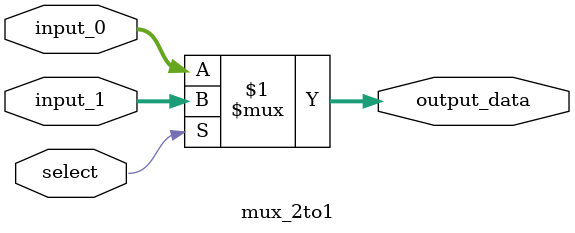
<source format=v>
`timescale 1ns / 1ps


module mux_2to1(
    input wire [15:0] input_0,
    input wire [15:0] input_1,
    input wire select,
    output wire [15:0] output_data
);
    // Select between two inputs based on select signal
    assign output_data = select ? input_1 : input_0;
endmodule

</source>
